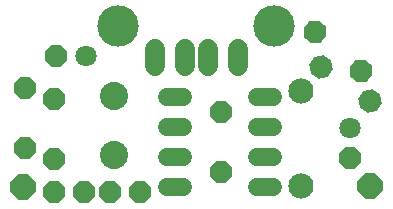
<source format=gbr>
G04 EAGLE Gerber RS-274X export*
G75*
%MOMM*%
%FSLAX34Y34*%
%LPD*%
%INSoldermask Top*%
%IPPOS*%
%AMOC8*
5,1,8,0,0,1.08239X$1,22.5*%
G01*
%ADD10C,1.661200*%
%ADD11C,3.505200*%
%ADD12C,2.133600*%
%ADD13P,2.034460X8X22.500000*%
%ADD14C,2.387600*%
%ADD15P,1.951982X8X292.500000*%
%ADD16C,1.803400*%
%ADD17P,1.951982X8X202.500000*%
%ADD18P,2.309387X8X22.500000*%
%ADD19P,2.034460X8X162.500000*%
%ADD20P,2.034460X8X292.500000*%
%ADD21C,1.524000*%
%ADD22P,2.034460X8X112.500000*%
%ADD23P,2.034460X8X167.500000*%
%ADD24P,2.034460X8X202.500000*%


D10*
X175862Y134622D02*
X175862Y120042D01*
X155862Y120042D02*
X155862Y134622D01*
X200862Y134622D02*
X200862Y120042D01*
X130862Y120042D02*
X130862Y134622D01*
D11*
X231902Y154432D03*
X99822Y154432D03*
D12*
X254508Y18928D03*
X254508Y98928D03*
D13*
X45466Y13716D03*
X70866Y13716D03*
D14*
X96106Y94652D03*
X96106Y44652D03*
D15*
X296164Y42926D03*
D16*
X296164Y68326D03*
D17*
X46736Y129286D03*
D16*
X72136Y129286D03*
D18*
X312674Y18542D03*
X19050Y17780D03*
D19*
X305443Y116447D03*
X266527Y149101D03*
D20*
X20509Y101366D03*
X20509Y50566D03*
D21*
X217170Y18034D02*
X230378Y18034D01*
X230378Y43434D02*
X217170Y43434D01*
X154178Y43434D02*
X140970Y43434D01*
X140970Y18034D02*
X154178Y18034D01*
X217170Y68834D02*
X230378Y68834D01*
X230378Y94234D02*
X217170Y94234D01*
X154178Y68834D02*
X140970Y68834D01*
X140970Y94234D02*
X154178Y94234D01*
D22*
X45720Y41910D03*
X45720Y92710D03*
D23*
X312782Y90717D03*
X271170Y119855D03*
D22*
X186690Y30480D03*
X186690Y81280D03*
D24*
X118110Y13970D03*
X92710Y13970D03*
M02*

</source>
